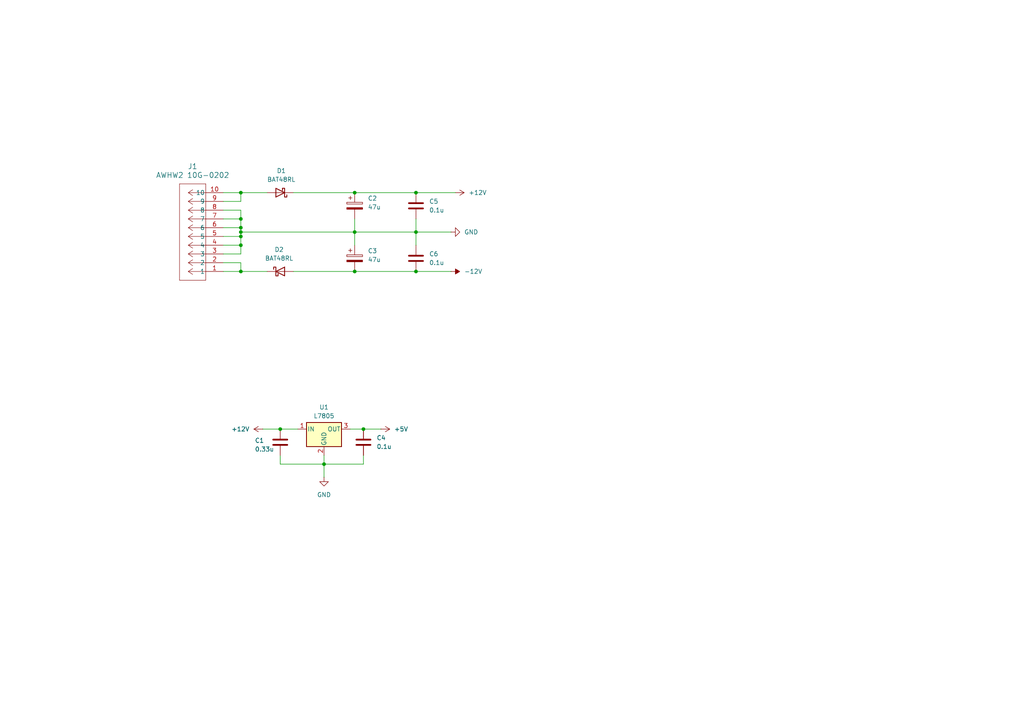
<source format=kicad_sch>
(kicad_sch (version 20231120) (generator "eeschema") (generator_version "8.0")
  (paper "A4")
  (title_block (title "Power") (date "2024-11-18") (rev "1"))
  (lib_symbols
    (symbol "2024-07-18_07-12-57:AWHW2_10G-0202" (pin_names (offset 0.254))
      (property "Reference" "J" (at 8.89 6.35 0))
      (property "Value" "AWHW2 10G-0202" (at 0 0 0))
      (symbol "AWHW2_10G-0202_1_1"
        (polyline (pts (xy 5.08 -25.4) (xy 12.7 -25.4)) (stroke (width 0.127)))
        (polyline (pts (xy 5.08 2.54) (xy 5.08 -25.4)) (stroke (width 0.127)))
        (polyline (pts (xy 10.16 -22.86) (xy 5.08 -22.86)) (stroke (width 0.127)))
        (polyline (pts (xy 10.16 -22.86) (xy 8.89 -23.7067)) (stroke (width 0.127)))
        (polyline (pts (xy 10.16 -22.86) (xy 8.89 -22.0133)) (stroke (width 0.127)))
        (polyline (pts (xy 10.16 -20.32) (xy 5.08 -20.32)) (stroke (width 0.127)))
        (polyline (pts (xy 10.16 -20.32) (xy 8.89 -21.1667)) (stroke (width 0.127)))
        (polyline (pts (xy 10.16 -20.32) (xy 8.89 -19.4733)) (stroke (width 0.127)))
        (polyline (pts (xy 10.16 -17.78) (xy 5.08 -17.78)) (stroke (width 0.127)))
        (polyline (pts (xy 10.16 -17.78) (xy 8.89 -18.6267)) (stroke (width 0.127)))
        (polyline (pts (xy 10.16 -17.78) (xy 8.89 -16.9333)) (stroke (width 0.127)))
        (polyline (pts (xy 10.16 -15.24) (xy 5.08 -15.24)) (stroke (width 0.127)))
        (polyline (pts (xy 10.16 -15.24) (xy 8.89 -16.0867)) (stroke (width 0.127)))
        (polyline (pts (xy 10.16 -15.24) (xy 8.89 -14.3933)) (stroke (width 0.127)))
        (polyline (pts (xy 10.16 -12.7) (xy 5.08 -12.7)) (stroke (width 0.127)))
        (polyline (pts (xy 10.16 -12.7) (xy 8.89 -13.5467)) (stroke (width 0.127)))
        (polyline (pts (xy 10.16 -12.7) (xy 8.89 -11.8533)) (stroke (width 0.127)))
        (polyline (pts (xy 10.16 -10.16) (xy 5.08 -10.16)) (stroke (width 0.127)))
        (polyline (pts (xy 10.16 -10.16) (xy 8.89 -11.0067)) (stroke (width 0.127)))
        (polyline (pts (xy 10.16 -10.16) (xy 8.89 -9.3133)) (stroke (width 0.127)))
        (polyline (pts (xy 10.16 -7.62) (xy 5.08 -7.62)) (stroke (width 0.127)))
        (polyline (pts (xy 10.16 -7.62) (xy 8.89 -8.4667)) (stroke (width 0.127)))
        (polyline (pts (xy 10.16 -7.62) (xy 8.89 -6.7733)) (stroke (width 0.127)))
        (polyline (pts (xy 10.16 -5.08) (xy 5.08 -5.08)) (stroke (width 0.127)))
        (polyline (pts (xy 10.16 -5.08) (xy 8.89 -5.9267)) (stroke (width 0.127)))
        (polyline (pts (xy 10.16 -5.08) (xy 8.89 -4.2333)) (stroke (width 0.127)))
        (polyline (pts (xy 10.16 -2.54) (xy 5.08 -2.54)) (stroke (width 0.127)))
        (polyline (pts (xy 10.16 -2.54) (xy 8.89 -3.3867)) (stroke (width 0.127)))
        (polyline (pts (xy 10.16 -2.54) (xy 8.89 -1.6933)) (stroke (width 0.127)))
        (polyline (pts (xy 10.16 0) (xy 5.08 0)) (stroke (width 0.127)))
        (polyline (pts (xy 10.16 0) (xy 8.89 -0.8467)) (stroke (width 0.127)))
        (polyline (pts (xy 10.16 0) (xy 8.89 0.8467)) (stroke (width 0.127)))
        (polyline (pts (xy 12.7 -25.4) (xy 12.7 2.54)) (stroke (width 0.127)))
        (polyline (pts (xy 12.7 2.54) (xy 5.08 2.54)) (stroke (width 0.127)))
        (pin unspecified line (at 0 0 0) (length 5.08) (name "1") (number "1"))
        (pin unspecified line (at 0 -22.86 0) (length 5.08) (name "10") (number "10"))
        (pin unspecified line (at 0 -2.54 0) (length 5.08) (name "2") (number "2"))
        (pin unspecified line (at 0 -5.08 0) (length 5.08) (name "3") (number "3"))
        (pin unspecified line (at 0 -7.62 0) (length 5.08) (name "4") (number "4"))
        (pin unspecified line (at 0 -10.16 0) (length 5.08) (name "5") (number "5"))
        (pin unspecified line (at 0 -12.7 0) (length 5.08) (name "6") (number "6"))
        (pin unspecified line (at 0 -15.24 0) (length 5.08) (name "7") (number "7"))
        (pin unspecified line (at 0 -17.78 0) (length 5.08) (name "8") (number "8"))
        (pin unspecified line (at 0 -20.32 0) (length 5.08) (name "9") (number "9"))
      )
      (symbol "AWHW2_10G-0202_1_2"
        (polyline (pts (xy 5.08 -25.4) (xy 12.7 -25.4)) (stroke (width 0.127)))
        (polyline (pts (xy 5.08 2.54) (xy 5.08 -25.4)) (stroke (width 0.127)))
        (polyline (pts (xy 7.62 -22.86) (xy 5.08 -22.86)) (stroke (width 0.127)))
        (polyline (pts (xy 7.62 -22.86) (xy 8.89 -23.7067)) (stroke (width 0.127)))
        (polyline (pts (xy 7.62 -22.86) (xy 8.89 -22.0133)) (stroke (width 0.127)))
        (polyline (pts (xy 7.62 -20.32) (xy 5.08 -20.32)) (stroke (width 0.127)))
        (polyline (pts (xy 7.62 -20.32) (xy 8.89 -21.1667)) (stroke (width 0.127)))
        (polyline (pts (xy 7.62 -20.32) (xy 8.89 -19.4733)) (stroke (width 0.127)))
        (polyline (pts (xy 7.62 -17.78) (xy 5.08 -17.78)) (stroke (width 0.127)))
        (polyline (pts (xy 7.62 -17.78) (xy 8.89 -18.6267)) (stroke (width 0.127)))
        (polyline (pts (xy 7.62 -17.78) (xy 8.89 -16.9333)) (stroke (width 0.127)))
        (polyline (pts (xy 7.62 -15.24) (xy 5.08 -15.24)) (stroke (width 0.127)))
        (polyline (pts (xy 7.62 -15.24) (xy 8.89 -16.0867)) (stroke (width 0.127)))
        (polyline (pts (xy 7.62 -15.24) (xy 8.89 -14.3933)) (stroke (width 0.127)))
        (polyline (pts (xy 7.62 -12.7) (xy 5.08 -12.7)) (stroke (width 0.127)))
        (polyline (pts (xy 7.62 -12.7) (xy 8.89 -13.5467)) (stroke (width 0.127)))
        (polyline (pts (xy 7.62 -12.7) (xy 8.89 -11.8533)) (stroke (width 0.127)))
        (polyline (pts (xy 7.62 -10.16) (xy 5.08 -10.16)) (stroke (width 0.127)))
        (polyline (pts (xy 7.62 -10.16) (xy 8.89 -11.0067)) (stroke (width 0.127)))
        (polyline (pts (xy 7.62 -10.16) (xy 8.89 -9.3133)) (stroke (width 0.127)))
        (polyline (pts (xy 7.62 -7.62) (xy 5.08 -7.62)) (stroke (width 0.127)))
        (polyline (pts (xy 7.62 -7.62) (xy 8.89 -8.4667)) (stroke (width 0.127)))
        (polyline (pts (xy 7.62 -7.62) (xy 8.89 -6.7733)) (stroke (width 0.127)))
        (polyline (pts (xy 7.62 -5.08) (xy 5.08 -5.08)) (stroke (width 0.127)))
        (polyline (pts (xy 7.62 -5.08) (xy 8.89 -5.9267)) (stroke (width 0.127)))
        (polyline (pts (xy 7.62 -5.08) (xy 8.89 -4.2333)) (stroke (width 0.127)))
        (polyline (pts (xy 7.62 -2.54) (xy 5.08 -2.54)) (stroke (width 0.127)))
        (polyline (pts (xy 7.62 -2.54) (xy 8.89 -3.3867)) (stroke (width 0.127)))
        (polyline (pts (xy 7.62 -2.54) (xy 8.89 -1.6933)) (stroke (width 0.127)))
        (polyline (pts (xy 7.62 0) (xy 5.08 0)) (stroke (width 0.127)))
        (polyline (pts (xy 7.62 0) (xy 8.89 -0.8467)) (stroke (width 0.127)))
        (polyline (pts (xy 7.62 0) (xy 8.89 0.8467)) (stroke (width 0.127)))
        (polyline (pts (xy 12.7 -25.4) (xy 12.7 2.54)) (stroke (width 0.127)))
        (polyline (pts (xy 12.7 2.54) (xy 5.08 2.54)) (stroke (width 0.127)))
        (pin unspecified line (at 0 0 0) (length 5.08) (name "1") (number "1"))
        (pin unspecified line (at 0 -22.86 0) (length 5.08) (name "10") (number "10"))
        (pin unspecified line (at 0 -2.54 0) (length 5.08) (name "2") (number "2"))
        (pin unspecified line (at 0 -5.08 0) (length 5.08) (name "3") (number "3"))
        (pin unspecified line (at 0 -7.62 0) (length 5.08) (name "4") (number "4"))
        (pin unspecified line (at 0 -10.16 0) (length 5.08) (name "5") (number "5"))
        (pin unspecified line (at 0 -12.7 0) (length 5.08) (name "6") (number "6"))
        (pin unspecified line (at 0 -15.24 0) (length 5.08) (name "7") (number "7"))
        (pin unspecified line (at 0 -17.78 0) (length 5.08) (name "8") (number "8"))
        (pin unspecified line (at 0 -20.32 0) (length 5.08) (name "9") (number "9"))
      )
    )
    (symbol "Device:C" (pin_numbers hide) (pin_names (offset 0.254))
      (property "Reference" "C" (at 0.635 2.54 0))
      (property "Value" "C" (at 0.635 -2.54 0))
      (symbol "C_0_1"
        (polyline (pts (xy -2.032 -0.762) (xy 2.032 -0.762)) (stroke (width 0.508)))
        (polyline (pts (xy -2.032 0.762) (xy 2.032 0.762)) (stroke (width 0.508)))
      )
      (symbol "C_1_1"
        (pin passive line (at 0 3.81 270) (length 2.794) (name "~") (number "1"))
        (pin passive line (at 0 -3.81 90) (length 2.794) (name "~") (number "2"))
      )
    )
    (symbol "Device:C_Polarized" (pin_numbers hide) (pin_names (offset 0.254))
      (property "Reference" "C" (at 0.635 2.54 0))
      (property "Value" "C_Polarized" (at 0.635 -2.54 0))
      (symbol "C_Polarized_0_1"
        (rectangle (start -2.286 0.508) (end 2.286 1.016))
        (polyline (pts (xy -1.778 2.286) (xy -0.762 2.286)))
        (polyline (pts (xy -1.27 2.794) (xy -1.27 1.778)))
        (rectangle (start 2.286 -0.508) (end -2.286 -1.016) (fill (type outline)))
      )
      (symbol "C_Polarized_1_1"
        (pin passive line (at 0 3.81 270) (length 2.794) (name "~") (number "1"))
        (pin passive line (at 0 -3.81 90) (length 2.794) (name "~") (number "2"))
      )
    )
    (symbol "Diode:BAT48RL" (pin_numbers hide) (pin_names (offset 1.016) hide)
      (property "Reference" "D" (at 0 2.54 0))
      (property "Value" "BAT48RL" (at 0 -2.54 0))
      (symbol "BAT48RL_0_1"
        (polyline (pts (xy 1.27 0) (xy -1.27 0)))
        (polyline (pts (xy 1.27 1.27) (xy 1.27 -1.27) (xy -1.27 0) (xy 1.27 1.27)) (stroke (width 0.254)))
        (polyline (pts (xy -1.905 0.635) (xy -1.905 1.27) (xy -1.27 1.27) (xy -1.27 -1.27) (xy -0.635 -1.27) (xy -0.635 -0.635)) (stroke (width 0.254)))
      )
      (symbol "BAT48RL_1_1"
        (pin passive line (at -3.81 0 0) (length 2.54) (name "K") (number "1"))
        (pin passive line (at 3.81 0 180) (length 2.54) (name "A") (number "2"))
      )
    )
    (symbol "Regulator_Linear:L7805" (pin_names (offset 0.254))
      (property "Reference" "U" (at -3.81 3.175 0))
      (property "Value" "L7805" (at 0 3.175 0))
      (symbol "L7805_0_1"
        (rectangle (start -5.08 1.905) (end 5.08 -5.08) (stroke (width 0.254)) (fill (type background)))
      )
      (symbol "L7805_1_1"
        (pin power_in line (at -7.62 0 0) (length 2.54) (name "IN") (number "1"))
        (pin power_in line (at 0 -7.62 90) (length 2.54) (name "GND") (number "2"))
        (pin power_out line (at 7.62 0 180) (length 2.54) (name "OUT") (number "3"))
      )
    )
    (symbol "power:+12V" (power) (pin_numbers hide) (pin_names (offset 0) hide)
      (property "Value" "+12V" (at 0 3.556 0))
      (symbol "+12V_0_1"
        (polyline (pts (xy -0.762 1.27) (xy 0 2.54)))
        (polyline (pts (xy 0 0) (xy 0 2.54)))
        (polyline (pts (xy 0 2.54) (xy 0.762 1.27)))
      )
      (symbol "+12V_1_1"
        (pin power_in line (at 0 0 90) (length 0) (name "~") (number "1"))
      )
    )
    (symbol "power:+5V" (power) (pin_numbers hide) (pin_names (offset 0) hide)
      (property "Value" "+5V" (at 0 3.556 0))
      (symbol "+5V_0_1"
        (polyline (pts (xy -0.762 1.27) (xy 0 2.54)))
        (polyline (pts (xy 0 0) (xy 0 2.54)))
        (polyline (pts (xy 0 2.54) (xy 0.762 1.27)))
      )
      (symbol "+5V_1_1"
        (pin power_in line (at 0 0 90) (length 0) (name "~") (number "1"))
      )
    )
    (symbol "power:-12V" (power) (pin_numbers hide) (pin_names (offset 0) hide)
      (property "Value" "-12V" (at 0 3.556 0))
      (symbol "-12V_0_0"
        (pin power_in line (at 0 0 90) (length 0) (name "~") (number "1"))
      )
      (symbol "-12V_0_1"
        (polyline (pts (xy 0 0) (xy 0 1.27) (xy 0.762 1.27) (xy 0 2.54) (xy -0.762 1.27) (xy 0 1.27)) (fill (type outline)))
      )
    )
    (symbol "power:GND" (power) (pin_numbers hide) (pin_names (offset 0) hide)
      (property "Value" "GND" (at 0 -3.81 0))
      (symbol "GND_0_1"
        (polyline (pts (xy 0 0) (xy 0 -1.27) (xy 1.27 -1.27) (xy 0 -2.54) (xy -1.27 -1.27) (xy 0 -1.27)))
      )
      (symbol "GND_1_1"
        (pin power_in line (at 0 0 270) (length 0) (name "~") (number "1"))
      )
    )
  )
  (junction (at 81.28 124.46))
  (junction (at 69.85 63.5))
  (junction (at 105.41 124.46))
  (junction (at 69.85 55.88))
  (junction (at 120.65 67.31))
  (junction (at 120.65 78.74))
  (junction (at 102.87 67.31))
  (junction (at 69.85 78.74))
  (junction (at 102.87 55.88))
  (junction (at 69.85 68.58))
  (junction (at 102.87 78.74))
  (junction (at 69.85 67.31))
  (junction (at 120.65 55.88))
  (junction (at 93.98 134.62))
  (junction (at 69.85 66.04))
  (junction (at 69.85 71.12))
  (wire (pts (xy 93.98 132.08) (xy 93.98 134.62)))
  (wire (pts (xy 120.65 55.88) (xy 132.08 55.88)))
  (wire (pts (xy 69.85 71.12) (xy 69.85 68.58)))
  (wire (pts (xy 102.87 63.5) (xy 102.87 67.31)))
  (wire (pts (xy 85.09 78.74) (xy 102.87 78.74)))
  (wire (pts (xy 64.77 71.12) (xy 69.85 71.12)))
  (wire (pts (xy 120.65 78.74) (xy 130.81 78.74)))
  (wire (pts (xy 105.41 134.62) (xy 93.98 134.62)))
  (wire (pts (xy 93.98 134.62) (xy 93.98 138.43)))
  (wire (pts (xy 64.77 60.96) (xy 69.85 60.96)))
  (wire (pts (xy 93.98 134.62) (xy 81.28 134.62)))
  (wire (pts (xy 69.85 67.31) (xy 69.85 66.04)))
  (wire (pts (xy 69.85 73.66) (xy 69.85 71.12)))
  (wire (pts (xy 102.87 55.88) (xy 120.65 55.88)))
  (wire (pts (xy 120.65 63.5) (xy 120.65 67.31)))
  (wire (pts (xy 102.87 78.74) (xy 120.65 78.74)))
  (wire (pts (xy 102.87 67.31) (xy 102.87 71.12)))
  (wire (pts (xy 69.85 76.2) (xy 69.85 78.74)))
  (wire (pts (xy 64.77 63.5) (xy 69.85 63.5)))
  (wire (pts (xy 120.65 67.31) (xy 130.81 67.31)))
  (wire (pts (xy 69.85 63.5) (xy 69.85 66.04)))
  (wire (pts (xy 120.65 67.31) (xy 120.65 71.12)))
  (wire (pts (xy 69.85 78.74) (xy 77.47 78.74)))
  (wire (pts (xy 76.2 124.46) (xy 81.28 124.46)))
  (wire (pts (xy 69.85 66.04) (xy 64.77 66.04)))
  (wire (pts (xy 64.77 55.88) (xy 69.85 55.88)))
  (wire (pts (xy 69.85 67.31) (xy 102.87 67.31)))
  (wire (pts (xy 69.85 68.58) (xy 69.85 67.31)))
  (wire (pts (xy 69.85 58.42) (xy 69.85 55.88)))
  (wire (pts (xy 102.87 67.31) (xy 120.65 67.31)))
  (wire (pts (xy 101.6 124.46) (xy 105.41 124.46)))
  (wire (pts (xy 64.77 68.58) (xy 69.85 68.58)))
  (wire (pts (xy 64.77 58.42) (xy 69.85 58.42)))
  (wire (pts (xy 64.77 76.2) (xy 69.85 76.2)))
  (wire (pts (xy 69.85 55.88) (xy 77.47 55.88)))
  (wire (pts (xy 69.85 60.96) (xy 69.85 63.5)))
  (wire (pts (xy 81.28 134.62) (xy 81.28 132.08)))
  (wire (pts (xy 64.77 78.74) (xy 69.85 78.74)))
  (wire (pts (xy 105.41 124.46) (xy 110.49 124.46)))
  (wire (pts (xy 105.41 132.08) (xy 105.41 134.62)))
  (wire (pts (xy 64.77 73.66) (xy 69.85 73.66)))
  (wire (pts (xy 81.28 124.46) (xy 86.36 124.46)))
  (wire (pts (xy 85.09 55.88) (xy 102.87 55.88)))
  (symbol (lib_id "Device:C_Polarized") (at 102.87 74.93 0) (unit 1)
    (property "Reference" "C3" (at 106.68 72.7709 0) (effects (justify left)))
    (property "Value" "47u" (at 106.68 75.3109 0) (effects (justify left)))
    (property "Footprint" "Capacitor_THT:CP_Radial_D5.0mm_P2.50mm" (effects (hide yes)))
    (property "Description" "Polarized capacitor" (effects (hide yes)))
  )
  (symbol (lib_id "Device:C_Polarized") (at 102.87 59.69 0) (unit 1)
    (property "Reference" "C2" (at 106.68 57.5309 0) (effects (justify left)))
    (property "Value" "47u" (at 106.68 60.0709 0) (effects (justify left)))
    (property "Footprint" "Capacitor_THT:CP_Radial_D5.0mm_P2.50mm" (effects (hide yes)))
    (property "Description" "Polarized capacitor" (effects (hide yes)))
  )
  (symbol (lib_id "Diode:BAT48RL") (at 81.28 78.74 0) (unit 1)
    (property "Reference" "D2" (at 80.9625 72.39 0))
    (property "Value" "BAT48RL" (at 80.9625 74.93 0))
    (property "Footprint" "Diode_THT:D_DO-35_SOD27_P7.62mm_Horizontal" (effects (hide yes)))
    (property "Datasheet" "www.st.com/resource/en/datasheet/bat48.pdf" (effects (hide yes)))
    (property "Description" "40V 0.35A Small Signal Schottky Diode, DO-35" (effects (hide yes)))
  )
  (symbol (lib_id "Device:C") (at 120.65 59.69 0) (unit 1)
    (property "Reference" "C5" (at 124.46 58.4199 0) (effects (justify left)))
    (property "Value" "0.1u" (at 124.46 60.9599 0) (effects (justify left)))
    (property "Footprint" "Capacitor_THT:C_Disc_D5.0mm_W2.5mm_P5.00mm" (effects (hide yes)))
    (property "Description" "Unpolarized capacitor" (effects (hide yes)))
  )
  (symbol (lib_id "power:-12V") (at 130.81 78.74 270) (unit 1)
    (property "Reference" "#PWR05" (effects (hide yes)))
    (property "Value" "-12V" (at 134.62 78.7399 90) (effects (justify left)))
    (property "Description" "Power symbol creates a global label with name \"-12V\"" (effects (hide yes)))
  )
  (symbol (lib_id "power:+12V") (at 132.08 55.88 270) (unit 1)
    (property "Reference" "#PWR06" (effects (hide yes)))
    (property "Value" "+12V" (at 135.89 55.8799 90) (effects (justify left)))
    (property "Description" "Power symbol creates a global label with name \"+12V\"" (effects (hide yes)))
  )
  (symbol (lib_id "2024-07-18_07-12-57:AWHW2_10G-0202") (at 64.77 78.74 180) (unit 1)
    (property "Reference" "J1" (at 55.88 48.26 0) (effects (font (size 1.524 1.524))))
    (property "Value" "AWHW2 10G-0202" (at 55.88 50.8 0) (effects (font (size 1.524 1.524))))
    (property "Footprint" "10_pin_eurorack_connector:10_pin_eurorack_connector" (effects (hide yes)))
    (property "Datasheet" "AWHW2 10G-0202" (effects (hide yes)))
  )
  (symbol (lib_id "Device:C") (at 81.28 128.27 0) (unit 1)
    (property "Reference" "C1" (at 73.914 127.762 0) (effects (justify left)))
    (property "Value" "0.33u" (at 73.914 130.302 0) (effects (justify left)))
    (property "Footprint" "Capacitor_THT:C_Disc_D5.0mm_W2.5mm_P5.00mm" (effects (hide yes)))
    (property "Description" "Unpolarized capacitor" (effects (hide yes)))
  )
  (symbol (lib_id "Device:C") (at 120.65 74.93 0) (unit 1)
    (property "Reference" "C6" (at 124.46 73.6599 0) (effects (justify left)))
    (property "Value" "0.1u" (at 124.46 76.1999 0) (effects (justify left)))
    (property "Footprint" "Capacitor_THT:C_Disc_D5.0mm_W2.5mm_P5.00mm" (effects (hide yes)))
    (property "Description" "Unpolarized capacitor" (effects (hide yes)))
  )
  (symbol (lib_id "power:GND") (at 130.81 67.31 90) (unit 1)
    (property "Reference" "#PWR04" (effects (hide yes)))
    (property "Value" "GND" (at 134.62 67.3099 90) (effects (justify right)))
    (property "Description" "Power symbol creates a global label with name \"GND\" , ground" (effects (hide yes)))
  )
  (symbol (lib_id "Device:C") (at 105.41 128.27 0) (unit 1)
    (property "Reference" "C4" (at 109.22 126.9999 0) (effects (justify left)))
    (property "Value" "0.1u" (at 109.22 129.5399 0) (effects (justify left)))
    (property "Footprint" "Capacitor_THT:C_Disc_D5.0mm_W2.5mm_P5.00mm" (effects (hide yes)))
    (property "Description" "Unpolarized capacitor" (effects (hide yes)))
  )
  (symbol (lib_id "power:GND") (at 93.98 138.43 0) (unit 1)
    (property "Reference" "#PWR02" (effects (hide yes)))
    (property "Value" "GND" (at 93.98 143.51 0))
    (property "Description" "Power symbol creates a global label with name \"GND\" , ground" (effects (hide yes)))
  )
  (symbol (lib_id "Diode:BAT48RL") (at 81.28 55.88 180) (unit 1)
    (property "Reference" "D1" (at 81.5975 49.53 0))
    (property "Value" "BAT48RL" (at 81.5975 52.07 0))
    (property "Footprint" "Diode_THT:D_DO-35_SOD27_P7.62mm_Horizontal" (effects (hide yes)))
    (property "Datasheet" "www.st.com/resource/en/datasheet/bat48.pdf" (effects (hide yes)))
    (property "Description" "40V 0.35A Small Signal Schottky Diode, DO-35" (effects (hide yes)))
  )
  (symbol (lib_id "power:+5V") (at 110.49 124.46 270) (unit 1)
    (property "Reference" "#PWR03" (effects (hide yes)))
    (property "Value" "+5V" (at 114.3 124.4599 90) (effects (justify left)))
    (property "Description" "Power symbol creates a global label with name \"+5V\"" (effects (hide yes)))
  )
  (symbol (lib_id "Regulator_Linear:L7805") (at 93.98 124.46 0) (unit 1)
    (property "Reference" "U1" (at 93.98 118.11 0))
    (property "Value" "L7805" (at 93.98 120.65 0))
    (property "Footprint" "Package_TO_SOT_THT:TO-220-3_Horizontal_TabDown" (effects (hide yes)))
    (property "Datasheet" "http://www.st.com/content/ccc/resource/technical/document/datasheet/41/4f/b3/b0/12/d4/47/88/CD00000444.pdf/files/CD00000444.pdf/jcr:content/translations/en.CD00000444.pdf" (effects (hide yes)))
    (property "Description" "Positive 1.5A 35V Linear Regulator, Fixed Output 5V, TO-220/TO-263/TO-252" (effects (hide yes)))
  )
  (symbol (lib_id "power:+12V") (at 76.2 124.46 90) (unit 1)
    (property "Reference" "#PWR01" (effects (hide yes)))
    (property "Value" "+12V" (at 72.39 124.4599 90) (effects (justify left)))
    (property "Description" "Power symbol creates a global label with name \"+12V\"" (effects (hide yes)))
  )
)
</source>
